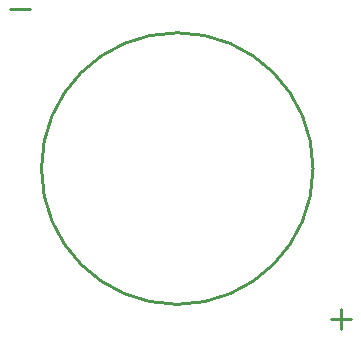
<source format=gbo>
G04*
G04 #@! TF.GenerationSoftware,Altium Limited,Altium Designer,21.9.2 (33)*
G04*
G04 Layer_Color=32896*
%FSLAX25Y25*%
%MOIN*%
G70*
G04*
G04 #@! TF.SameCoordinates,D22C8EEC-9F66-4CA6-A23B-34AD4F9630FA*
G04*
G04*
G04 #@! TF.FilePolarity,Positive*
G04*
G01*
G75*
%ADD12C,0.01000*%
D12*
X284492Y-65216D02*
G03*
X284492Y-65216I-45276J0D01*
G01*
X183500Y-12002D02*
X190164D01*
X290500Y-115502D02*
X297165D01*
X293832Y-112169D02*
Y-118834D01*
M02*

</source>
